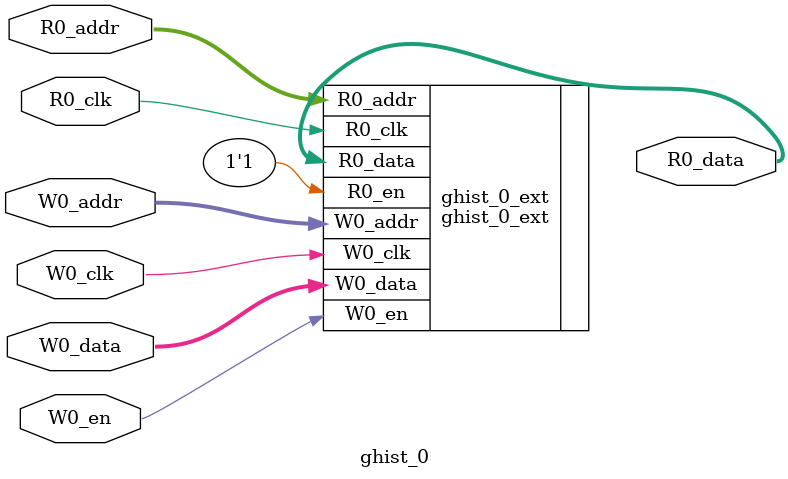
<source format=sv>
`ifndef RANDOMIZE
  `ifdef RANDOMIZE_REG_INIT
    `define RANDOMIZE
  `endif // RANDOMIZE_REG_INIT
`endif // not def RANDOMIZE
`ifndef RANDOMIZE
  `ifdef RANDOMIZE_MEM_INIT
    `define RANDOMIZE
  `endif // RANDOMIZE_MEM_INIT
`endif // not def RANDOMIZE

`ifndef RANDOM
  `define RANDOM $random
`endif // not def RANDOM

// Users can define 'PRINTF_COND' to add an extra gate to prints.
`ifndef PRINTF_COND_
  `ifdef PRINTF_COND
    `define PRINTF_COND_ (`PRINTF_COND)
  `else  // PRINTF_COND
    `define PRINTF_COND_ 1
  `endif // PRINTF_COND
`endif // not def PRINTF_COND_

// Users can define 'ASSERT_VERBOSE_COND' to add an extra gate to assert error printing.
`ifndef ASSERT_VERBOSE_COND_
  `ifdef ASSERT_VERBOSE_COND
    `define ASSERT_VERBOSE_COND_ (`ASSERT_VERBOSE_COND)
  `else  // ASSERT_VERBOSE_COND
    `define ASSERT_VERBOSE_COND_ 1
  `endif // ASSERT_VERBOSE_COND
`endif // not def ASSERT_VERBOSE_COND_

// Users can define 'STOP_COND' to add an extra gate to stop conditions.
`ifndef STOP_COND_
  `ifdef STOP_COND
    `define STOP_COND_ (`STOP_COND)
  `else  // STOP_COND
    `define STOP_COND_ 1
  `endif // STOP_COND
`endif // not def STOP_COND_

// Users can define INIT_RANDOM as general code that gets injected into the
// initializer block for modules with registers.
`ifndef INIT_RANDOM
  `define INIT_RANDOM
`endif // not def INIT_RANDOM

// If using random initialization, you can also define RANDOMIZE_DELAY to
// customize the delay used, otherwise 0.002 is used.
`ifndef RANDOMIZE_DELAY
  `define RANDOMIZE_DELAY 0.002
`endif // not def RANDOMIZE_DELAY

// Define INIT_RANDOM_PROLOG_ for use in our modules below.
`ifndef INIT_RANDOM_PROLOG_
  `ifdef RANDOMIZE
    `ifdef VERILATOR
      `define INIT_RANDOM_PROLOG_ `INIT_RANDOM
    `else  // VERILATOR
      `define INIT_RANDOM_PROLOG_ `INIT_RANDOM #`RANDOMIZE_DELAY begin end
    `endif // VERILATOR
  `else  // RANDOMIZE
    `define INIT_RANDOM_PROLOG_
  `endif // RANDOMIZE
`endif // not def INIT_RANDOM_PROLOG_

module ghist_0(	// @[fetch-target-queue.scala:144:43]
  input  [5:0]  R0_addr,
  input         R0_clk,
  input  [5:0]  W0_addr,
  input         W0_en,
                W0_clk,
  input  [71:0] W0_data,
  output [71:0] R0_data
);

  ghist_0_ext ghist_0_ext (	// @[fetch-target-queue.scala:144:43]
    .R0_addr (R0_addr),
    .R0_en   (1'h1),
    .R0_clk  (R0_clk),
    .W0_addr (W0_addr),
    .W0_en   (W0_en),
    .W0_clk  (W0_clk),
    .W0_data (W0_data),
    .R0_data (R0_data)
  );
endmodule


</source>
